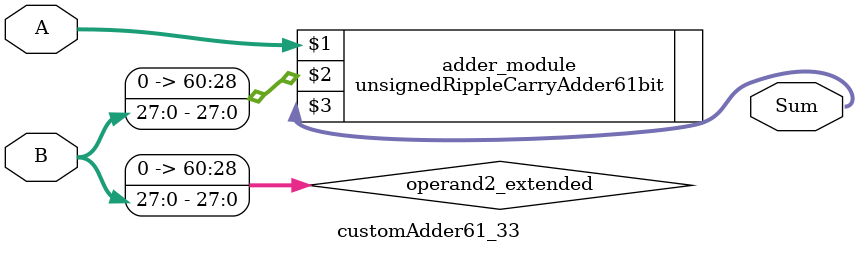
<source format=v>
module customAdder61_33(
                        input [60 : 0] A,
                        input [27 : 0] B,
                        
                        output [61 : 0] Sum
                );

        wire [60 : 0] operand2_extended;
        
        assign operand2_extended =  {33'b0, B};
        
        unsignedRippleCarryAdder61bit adder_module(
            A,
            operand2_extended,
            Sum
        );
        
        endmodule
        
</source>
